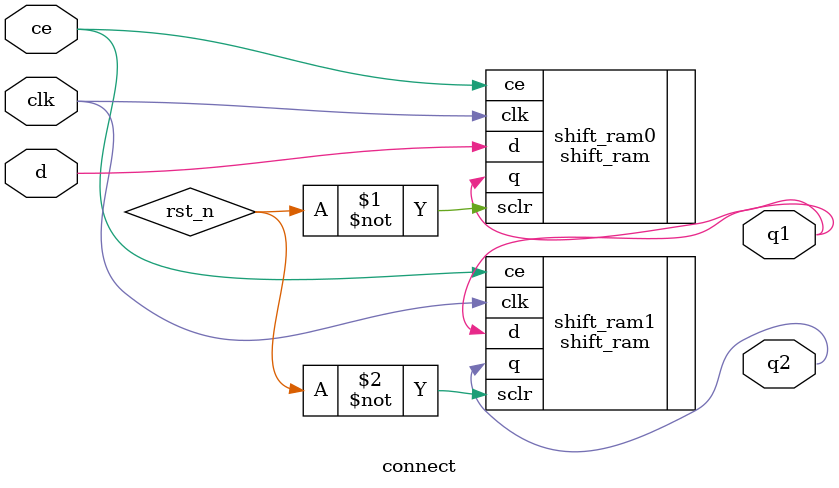
<source format=v>
`timescale 1ns / 1ps
module connect(
input clk,
input ce,
input   d,
output  q1,
output  q2 //一列三行，其中两行由shift_ram产生
    );
shift_ram shift_ram0 (
  .d(d), // input [0 : 0] d
  .clk(clk), // input clk
  .sclr(~rst_n),
  .ce(ce), // input ce
  .q(q1) // output [0 : 0] q
);

shift_ram shift_ram1 (
  .d(q1), // input [0 : 0] d
  .clk(clk), // input clk
  .sclr(~rst_n),
  .ce(ce), // input ce
  .q(q2) // output [0 : 0] q
);
endmodule

</source>
